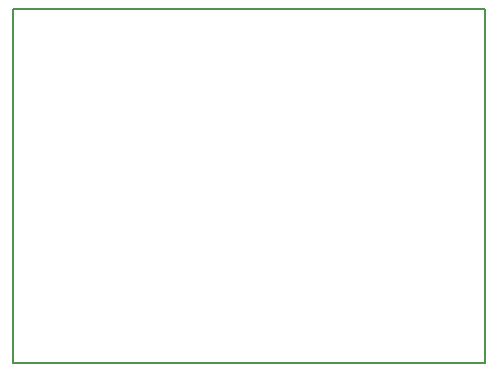
<source format=gbr>
%TF.GenerationSoftware,KiCad,Pcbnew,5.0.2-bee76a0~70~ubuntu18.04.1*%
%TF.CreationDate,2019-02-17T22:46:45-03:00*%
%TF.ProjectId,ESP12-breakout-r01,45535031-322d-4627-9265-616b6f75742d,rev?*%
%TF.SameCoordinates,Original*%
%TF.FileFunction,Profile,NP*%
%FSLAX46Y46*%
G04 Gerber Fmt 4.6, Leading zero omitted, Abs format (unit mm)*
G04 Created by KiCad (PCBNEW 5.0.2-bee76a0~70~ubuntu18.04.1) date dom 17 fev 2019 22:46:45 -03*
%MOMM*%
%LPD*%
G01*
G04 APERTURE LIST*
%ADD10C,0.150000*%
G04 APERTURE END LIST*
D10*
X145161000Y-14605000D02*
X145161000Y-44577000D01*
X185166000Y-14605000D02*
X145161000Y-14605000D01*
X185166000Y-44577000D02*
X185166000Y-14605000D01*
X145161000Y-44577000D02*
X185166000Y-44577000D01*
M02*

</source>
